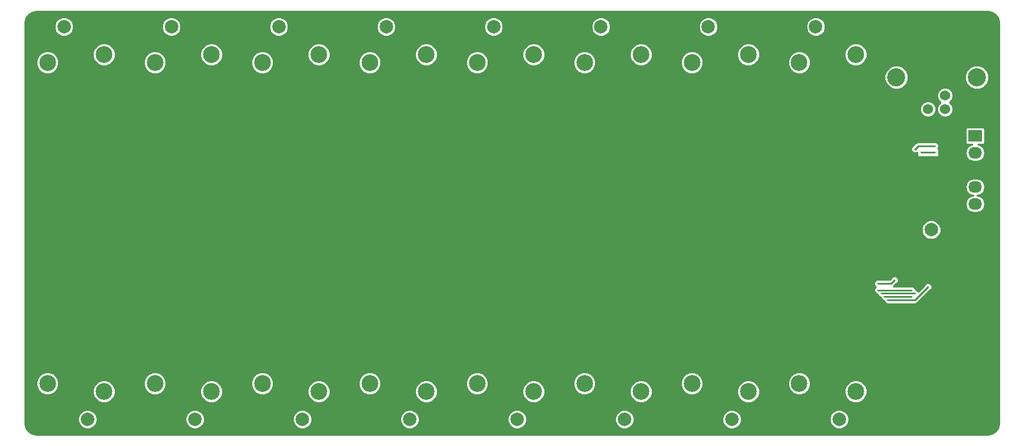
<source format=gbl>
G04 #@! TF.FileFunction,Copper,L2,Bot,Signal*
%FSLAX46Y46*%
G04 Gerber Fmt 4.6, Leading zero omitted, Abs format (unit mm)*
G04 Created by KiCad (PCBNEW 4.0.2-stable) date 2016 July 30, Saturday 23:08:24*
%MOMM*%
G01*
G04 APERTURE LIST*
%ADD10C,0.100000*%
%ADD11R,2.000000X2.000000*%
%ADD12C,2.000000*%
%ADD13C,1.524000*%
%ADD14C,2.700020*%
%ADD15R,2.032000X1.727200*%
%ADD16O,2.032000X1.727200*%
%ADD17C,2.500000*%
%ADD18C,0.304800*%
%ADD19C,0.254000*%
G04 APERTURE END LIST*
D10*
D11*
X188000000Y-83000000D03*
D12*
X185460000Y-83000000D03*
D13*
X187540000Y-65000000D03*
X185000000Y-65000000D03*
X185000000Y-63001020D03*
X187540000Y-63001020D03*
D14*
X192269480Y-60301000D03*
X180270520Y-60301000D03*
D15*
X192000000Y-69000000D03*
D16*
X192000000Y-71540000D03*
X192000000Y-74080000D03*
X192000000Y-76620000D03*
X192000000Y-79160000D03*
D17*
X62200000Y-107100000D03*
X62200000Y-56900000D03*
X53800000Y-58100000D03*
D12*
X56250000Y-52750000D03*
X59750000Y-111250000D03*
X56250000Y-111250000D03*
D17*
X53800000Y-105900000D03*
X78200000Y-107100000D03*
X78200000Y-56900000D03*
X69800000Y-58100000D03*
D12*
X72250000Y-52750000D03*
X75750000Y-111250000D03*
X72250000Y-111250000D03*
D17*
X69800000Y-105900000D03*
X94200000Y-107100000D03*
X94200000Y-56900000D03*
X85800000Y-58100000D03*
D12*
X88250000Y-52750000D03*
X91750000Y-111250000D03*
X88250000Y-111250000D03*
D17*
X85800000Y-105900000D03*
X110200000Y-107100000D03*
X110200000Y-56900000D03*
X101800000Y-58100000D03*
D12*
X104250000Y-52750000D03*
X107750000Y-111250000D03*
X104250000Y-111250000D03*
D17*
X101800000Y-105900000D03*
X126200000Y-107100000D03*
X126200000Y-56900000D03*
X117800000Y-58100000D03*
D12*
X120250000Y-52750000D03*
X123750000Y-111250000D03*
X120250000Y-111250000D03*
D17*
X117800000Y-105900000D03*
X142200000Y-107100000D03*
X142200000Y-56900000D03*
X133800000Y-58100000D03*
D12*
X136250000Y-52750000D03*
X139750000Y-111250000D03*
X136250000Y-111250000D03*
D17*
X133800000Y-105900000D03*
X158200000Y-107100000D03*
X158200000Y-56900000D03*
X149800000Y-58100000D03*
D12*
X152250000Y-52750000D03*
X155750000Y-111250000D03*
X152250000Y-111250000D03*
D17*
X149800000Y-105900000D03*
X174200000Y-107100000D03*
X174200000Y-56900000D03*
X165800000Y-58100000D03*
D12*
X168250000Y-52750000D03*
X171750000Y-111250000D03*
X168250000Y-111250000D03*
D17*
X165800000Y-105900000D03*
D18*
X186000000Y-71500000D03*
X186500000Y-96500000D03*
X186500000Y-96500000D03*
X183750000Y-67000000D03*
X184000000Y-71500000D03*
X188000000Y-86550000D03*
X188000000Y-89100000D03*
X188000000Y-87825000D03*
X183000000Y-71000000D03*
X186000000Y-70500000D03*
X180000000Y-90500000D03*
X177500000Y-91000000D03*
X177500000Y-92000000D03*
X182500000Y-92000000D03*
X183000000Y-92500000D03*
X178000000Y-92500000D03*
X182500000Y-93000000D03*
X178500000Y-93000000D03*
X185000000Y-91500000D03*
X179000000Y-93500000D03*
D19*
X184000000Y-71500000D02*
X186000000Y-71500000D01*
X188000000Y-89100000D02*
X188000000Y-95000000D01*
X186500000Y-96500000D02*
X188000000Y-95000000D01*
X188000000Y-86550000D02*
X188000000Y-88000000D01*
X188000000Y-88000000D02*
X188000000Y-89100000D01*
X183000000Y-71000000D02*
X183500000Y-70500000D01*
X183500000Y-70500000D02*
X186000000Y-70500000D01*
X180000000Y-90500000D02*
X179500000Y-91000000D01*
X179500000Y-91000000D02*
X177500000Y-91000000D01*
X182500000Y-92000000D02*
X177500000Y-92000000D01*
X183000000Y-92500000D02*
X178000000Y-92500000D01*
X182500000Y-93000000D02*
X178500000Y-93000000D01*
X183000000Y-93500000D02*
X179000000Y-93500000D01*
X185000000Y-91500000D02*
X183000000Y-93500000D01*
G36*
X194579250Y-50601565D02*
X195070316Y-50929684D01*
X195398434Y-51420747D01*
X195523000Y-52046982D01*
X195523000Y-111953018D01*
X195398434Y-112579253D01*
X195070316Y-113070316D01*
X194579250Y-113398435D01*
X193953018Y-113523000D01*
X52046982Y-113523000D01*
X51420747Y-113398434D01*
X50929684Y-113070316D01*
X50601565Y-112579250D01*
X50477000Y-111953018D01*
X50477000Y-111532603D01*
X58322752Y-111532603D01*
X58539543Y-112057275D01*
X58940614Y-112459047D01*
X59464907Y-112676752D01*
X60032603Y-112677248D01*
X60557275Y-112460457D01*
X60959047Y-112059386D01*
X61176752Y-111535093D01*
X61176754Y-111532603D01*
X74322752Y-111532603D01*
X74539543Y-112057275D01*
X74940614Y-112459047D01*
X75464907Y-112676752D01*
X76032603Y-112677248D01*
X76557275Y-112460457D01*
X76959047Y-112059386D01*
X77176752Y-111535093D01*
X77176754Y-111532603D01*
X90322752Y-111532603D01*
X90539543Y-112057275D01*
X90940614Y-112459047D01*
X91464907Y-112676752D01*
X92032603Y-112677248D01*
X92557275Y-112460457D01*
X92959047Y-112059386D01*
X93176752Y-111535093D01*
X93176754Y-111532603D01*
X106322752Y-111532603D01*
X106539543Y-112057275D01*
X106940614Y-112459047D01*
X107464907Y-112676752D01*
X108032603Y-112677248D01*
X108557275Y-112460457D01*
X108959047Y-112059386D01*
X109176752Y-111535093D01*
X109176754Y-111532603D01*
X122322752Y-111532603D01*
X122539543Y-112057275D01*
X122940614Y-112459047D01*
X123464907Y-112676752D01*
X124032603Y-112677248D01*
X124557275Y-112460457D01*
X124959047Y-112059386D01*
X125176752Y-111535093D01*
X125176754Y-111532603D01*
X138322752Y-111532603D01*
X138539543Y-112057275D01*
X138940614Y-112459047D01*
X139464907Y-112676752D01*
X140032603Y-112677248D01*
X140557275Y-112460457D01*
X140959047Y-112059386D01*
X141176752Y-111535093D01*
X141176754Y-111532603D01*
X154322752Y-111532603D01*
X154539543Y-112057275D01*
X154940614Y-112459047D01*
X155464907Y-112676752D01*
X156032603Y-112677248D01*
X156557275Y-112460457D01*
X156959047Y-112059386D01*
X157176752Y-111535093D01*
X157176754Y-111532603D01*
X170322752Y-111532603D01*
X170539543Y-112057275D01*
X170940614Y-112459047D01*
X171464907Y-112676752D01*
X172032603Y-112677248D01*
X172557275Y-112460457D01*
X172959047Y-112059386D01*
X173176752Y-111535093D01*
X173177248Y-110967397D01*
X172960457Y-110442725D01*
X172559386Y-110040953D01*
X172035093Y-109823248D01*
X171467397Y-109822752D01*
X170942725Y-110039543D01*
X170540953Y-110440614D01*
X170323248Y-110964907D01*
X170322752Y-111532603D01*
X157176754Y-111532603D01*
X157177248Y-110967397D01*
X156960457Y-110442725D01*
X156559386Y-110040953D01*
X156035093Y-109823248D01*
X155467397Y-109822752D01*
X154942725Y-110039543D01*
X154540953Y-110440614D01*
X154323248Y-110964907D01*
X154322752Y-111532603D01*
X141176754Y-111532603D01*
X141177248Y-110967397D01*
X140960457Y-110442725D01*
X140559386Y-110040953D01*
X140035093Y-109823248D01*
X139467397Y-109822752D01*
X138942725Y-110039543D01*
X138540953Y-110440614D01*
X138323248Y-110964907D01*
X138322752Y-111532603D01*
X125176754Y-111532603D01*
X125177248Y-110967397D01*
X124960457Y-110442725D01*
X124559386Y-110040953D01*
X124035093Y-109823248D01*
X123467397Y-109822752D01*
X122942725Y-110039543D01*
X122540953Y-110440614D01*
X122323248Y-110964907D01*
X122322752Y-111532603D01*
X109176754Y-111532603D01*
X109177248Y-110967397D01*
X108960457Y-110442725D01*
X108559386Y-110040953D01*
X108035093Y-109823248D01*
X107467397Y-109822752D01*
X106942725Y-110039543D01*
X106540953Y-110440614D01*
X106323248Y-110964907D01*
X106322752Y-111532603D01*
X93176754Y-111532603D01*
X93177248Y-110967397D01*
X92960457Y-110442725D01*
X92559386Y-110040953D01*
X92035093Y-109823248D01*
X91467397Y-109822752D01*
X90942725Y-110039543D01*
X90540953Y-110440614D01*
X90323248Y-110964907D01*
X90322752Y-111532603D01*
X77176754Y-111532603D01*
X77177248Y-110967397D01*
X76960457Y-110442725D01*
X76559386Y-110040953D01*
X76035093Y-109823248D01*
X75467397Y-109822752D01*
X74942725Y-110039543D01*
X74540953Y-110440614D01*
X74323248Y-110964907D01*
X74322752Y-111532603D01*
X61176754Y-111532603D01*
X61177248Y-110967397D01*
X60960457Y-110442725D01*
X60559386Y-110040953D01*
X60035093Y-109823248D01*
X59467397Y-109822752D01*
X58942725Y-110039543D01*
X58540953Y-110440614D01*
X58323248Y-110964907D01*
X58322752Y-111532603D01*
X50477000Y-111532603D01*
X50477000Y-106232112D01*
X52122710Y-106232112D01*
X52377480Y-106848703D01*
X52848816Y-107320862D01*
X53464961Y-107576708D01*
X54132112Y-107577290D01*
X54483469Y-107432112D01*
X60522710Y-107432112D01*
X60777480Y-108048703D01*
X61248816Y-108520862D01*
X61864961Y-108776708D01*
X62532112Y-108777290D01*
X63148703Y-108522520D01*
X63620862Y-108051184D01*
X63876708Y-107435039D01*
X63877290Y-106767888D01*
X63655913Y-106232112D01*
X68122710Y-106232112D01*
X68377480Y-106848703D01*
X68848816Y-107320862D01*
X69464961Y-107576708D01*
X70132112Y-107577290D01*
X70483469Y-107432112D01*
X76522710Y-107432112D01*
X76777480Y-108048703D01*
X77248816Y-108520862D01*
X77864961Y-108776708D01*
X78532112Y-108777290D01*
X79148703Y-108522520D01*
X79620862Y-108051184D01*
X79876708Y-107435039D01*
X79877290Y-106767888D01*
X79655913Y-106232112D01*
X84122710Y-106232112D01*
X84377480Y-106848703D01*
X84848816Y-107320862D01*
X85464961Y-107576708D01*
X86132112Y-107577290D01*
X86483469Y-107432112D01*
X92522710Y-107432112D01*
X92777480Y-108048703D01*
X93248816Y-108520862D01*
X93864961Y-108776708D01*
X94532112Y-108777290D01*
X95148703Y-108522520D01*
X95620862Y-108051184D01*
X95876708Y-107435039D01*
X95877290Y-106767888D01*
X95655913Y-106232112D01*
X100122710Y-106232112D01*
X100377480Y-106848703D01*
X100848816Y-107320862D01*
X101464961Y-107576708D01*
X102132112Y-107577290D01*
X102483469Y-107432112D01*
X108522710Y-107432112D01*
X108777480Y-108048703D01*
X109248816Y-108520862D01*
X109864961Y-108776708D01*
X110532112Y-108777290D01*
X111148703Y-108522520D01*
X111620862Y-108051184D01*
X111876708Y-107435039D01*
X111877290Y-106767888D01*
X111655913Y-106232112D01*
X116122710Y-106232112D01*
X116377480Y-106848703D01*
X116848816Y-107320862D01*
X117464961Y-107576708D01*
X118132112Y-107577290D01*
X118483469Y-107432112D01*
X124522710Y-107432112D01*
X124777480Y-108048703D01*
X125248816Y-108520862D01*
X125864961Y-108776708D01*
X126532112Y-108777290D01*
X127148703Y-108522520D01*
X127620862Y-108051184D01*
X127876708Y-107435039D01*
X127877290Y-106767888D01*
X127655913Y-106232112D01*
X132122710Y-106232112D01*
X132377480Y-106848703D01*
X132848816Y-107320862D01*
X133464961Y-107576708D01*
X134132112Y-107577290D01*
X134483469Y-107432112D01*
X140522710Y-107432112D01*
X140777480Y-108048703D01*
X141248816Y-108520862D01*
X141864961Y-108776708D01*
X142532112Y-108777290D01*
X143148703Y-108522520D01*
X143620862Y-108051184D01*
X143876708Y-107435039D01*
X143877290Y-106767888D01*
X143655913Y-106232112D01*
X148122710Y-106232112D01*
X148377480Y-106848703D01*
X148848816Y-107320862D01*
X149464961Y-107576708D01*
X150132112Y-107577290D01*
X150483469Y-107432112D01*
X156522710Y-107432112D01*
X156777480Y-108048703D01*
X157248816Y-108520862D01*
X157864961Y-108776708D01*
X158532112Y-108777290D01*
X159148703Y-108522520D01*
X159620862Y-108051184D01*
X159876708Y-107435039D01*
X159877290Y-106767888D01*
X159655913Y-106232112D01*
X164122710Y-106232112D01*
X164377480Y-106848703D01*
X164848816Y-107320862D01*
X165464961Y-107576708D01*
X166132112Y-107577290D01*
X166483469Y-107432112D01*
X172522710Y-107432112D01*
X172777480Y-108048703D01*
X173248816Y-108520862D01*
X173864961Y-108776708D01*
X174532112Y-108777290D01*
X175148703Y-108522520D01*
X175620862Y-108051184D01*
X175876708Y-107435039D01*
X175877290Y-106767888D01*
X175622520Y-106151297D01*
X175151184Y-105679138D01*
X174535039Y-105423292D01*
X173867888Y-105422710D01*
X173251297Y-105677480D01*
X172779138Y-106148816D01*
X172523292Y-106764961D01*
X172522710Y-107432112D01*
X166483469Y-107432112D01*
X166748703Y-107322520D01*
X167220862Y-106851184D01*
X167476708Y-106235039D01*
X167477290Y-105567888D01*
X167222520Y-104951297D01*
X166751184Y-104479138D01*
X166135039Y-104223292D01*
X165467888Y-104222710D01*
X164851297Y-104477480D01*
X164379138Y-104948816D01*
X164123292Y-105564961D01*
X164122710Y-106232112D01*
X159655913Y-106232112D01*
X159622520Y-106151297D01*
X159151184Y-105679138D01*
X158535039Y-105423292D01*
X157867888Y-105422710D01*
X157251297Y-105677480D01*
X156779138Y-106148816D01*
X156523292Y-106764961D01*
X156522710Y-107432112D01*
X150483469Y-107432112D01*
X150748703Y-107322520D01*
X151220862Y-106851184D01*
X151476708Y-106235039D01*
X151477290Y-105567888D01*
X151222520Y-104951297D01*
X150751184Y-104479138D01*
X150135039Y-104223292D01*
X149467888Y-104222710D01*
X148851297Y-104477480D01*
X148379138Y-104948816D01*
X148123292Y-105564961D01*
X148122710Y-106232112D01*
X143655913Y-106232112D01*
X143622520Y-106151297D01*
X143151184Y-105679138D01*
X142535039Y-105423292D01*
X141867888Y-105422710D01*
X141251297Y-105677480D01*
X140779138Y-106148816D01*
X140523292Y-106764961D01*
X140522710Y-107432112D01*
X134483469Y-107432112D01*
X134748703Y-107322520D01*
X135220862Y-106851184D01*
X135476708Y-106235039D01*
X135477290Y-105567888D01*
X135222520Y-104951297D01*
X134751184Y-104479138D01*
X134135039Y-104223292D01*
X133467888Y-104222710D01*
X132851297Y-104477480D01*
X132379138Y-104948816D01*
X132123292Y-105564961D01*
X132122710Y-106232112D01*
X127655913Y-106232112D01*
X127622520Y-106151297D01*
X127151184Y-105679138D01*
X126535039Y-105423292D01*
X125867888Y-105422710D01*
X125251297Y-105677480D01*
X124779138Y-106148816D01*
X124523292Y-106764961D01*
X124522710Y-107432112D01*
X118483469Y-107432112D01*
X118748703Y-107322520D01*
X119220862Y-106851184D01*
X119476708Y-106235039D01*
X119477290Y-105567888D01*
X119222520Y-104951297D01*
X118751184Y-104479138D01*
X118135039Y-104223292D01*
X117467888Y-104222710D01*
X116851297Y-104477480D01*
X116379138Y-104948816D01*
X116123292Y-105564961D01*
X116122710Y-106232112D01*
X111655913Y-106232112D01*
X111622520Y-106151297D01*
X111151184Y-105679138D01*
X110535039Y-105423292D01*
X109867888Y-105422710D01*
X109251297Y-105677480D01*
X108779138Y-106148816D01*
X108523292Y-106764961D01*
X108522710Y-107432112D01*
X102483469Y-107432112D01*
X102748703Y-107322520D01*
X103220862Y-106851184D01*
X103476708Y-106235039D01*
X103477290Y-105567888D01*
X103222520Y-104951297D01*
X102751184Y-104479138D01*
X102135039Y-104223292D01*
X101467888Y-104222710D01*
X100851297Y-104477480D01*
X100379138Y-104948816D01*
X100123292Y-105564961D01*
X100122710Y-106232112D01*
X95655913Y-106232112D01*
X95622520Y-106151297D01*
X95151184Y-105679138D01*
X94535039Y-105423292D01*
X93867888Y-105422710D01*
X93251297Y-105677480D01*
X92779138Y-106148816D01*
X92523292Y-106764961D01*
X92522710Y-107432112D01*
X86483469Y-107432112D01*
X86748703Y-107322520D01*
X87220862Y-106851184D01*
X87476708Y-106235039D01*
X87477290Y-105567888D01*
X87222520Y-104951297D01*
X86751184Y-104479138D01*
X86135039Y-104223292D01*
X85467888Y-104222710D01*
X84851297Y-104477480D01*
X84379138Y-104948816D01*
X84123292Y-105564961D01*
X84122710Y-106232112D01*
X79655913Y-106232112D01*
X79622520Y-106151297D01*
X79151184Y-105679138D01*
X78535039Y-105423292D01*
X77867888Y-105422710D01*
X77251297Y-105677480D01*
X76779138Y-106148816D01*
X76523292Y-106764961D01*
X76522710Y-107432112D01*
X70483469Y-107432112D01*
X70748703Y-107322520D01*
X71220862Y-106851184D01*
X71476708Y-106235039D01*
X71477290Y-105567888D01*
X71222520Y-104951297D01*
X70751184Y-104479138D01*
X70135039Y-104223292D01*
X69467888Y-104222710D01*
X68851297Y-104477480D01*
X68379138Y-104948816D01*
X68123292Y-105564961D01*
X68122710Y-106232112D01*
X63655913Y-106232112D01*
X63622520Y-106151297D01*
X63151184Y-105679138D01*
X62535039Y-105423292D01*
X61867888Y-105422710D01*
X61251297Y-105677480D01*
X60779138Y-106148816D01*
X60523292Y-106764961D01*
X60522710Y-107432112D01*
X54483469Y-107432112D01*
X54748703Y-107322520D01*
X55220862Y-106851184D01*
X55476708Y-106235039D01*
X55477290Y-105567888D01*
X55222520Y-104951297D01*
X54751184Y-104479138D01*
X54135039Y-104223292D01*
X53467888Y-104222710D01*
X52851297Y-104477480D01*
X52379138Y-104948816D01*
X52123292Y-105564961D01*
X52122710Y-106232112D01*
X50477000Y-106232112D01*
X50477000Y-91114744D01*
X176920500Y-91114744D01*
X177008522Y-91327775D01*
X177171368Y-91490905D01*
X177193061Y-91499913D01*
X177172225Y-91508522D01*
X177009095Y-91671368D01*
X176920701Y-91884245D01*
X176920500Y-92114744D01*
X177008522Y-92327775D01*
X177171368Y-92490905D01*
X177384245Y-92579299D01*
X177420531Y-92579331D01*
X177420500Y-92614744D01*
X177508522Y-92827775D01*
X177671368Y-92990905D01*
X177884245Y-93079299D01*
X177920531Y-93079331D01*
X177920500Y-93114744D01*
X178008522Y-93327775D01*
X178171368Y-93490905D01*
X178384245Y-93579299D01*
X178420531Y-93579331D01*
X178420500Y-93614744D01*
X178508522Y-93827775D01*
X178671368Y-93990905D01*
X178884245Y-94079299D01*
X179114744Y-94079500D01*
X179176459Y-94054000D01*
X183000000Y-94054000D01*
X183212007Y-94011829D01*
X183391737Y-93891737D01*
X185266803Y-92016671D01*
X185327775Y-91991478D01*
X185490905Y-91828632D01*
X185579299Y-91615755D01*
X185579500Y-91385256D01*
X185491478Y-91172225D01*
X185328632Y-91009095D01*
X185115755Y-90920701D01*
X184885256Y-90920500D01*
X184672225Y-91008522D01*
X184509095Y-91171368D01*
X184483487Y-91233039D01*
X183506922Y-92209604D01*
X183491478Y-92172225D01*
X183328632Y-92009095D01*
X183115755Y-91920701D01*
X183079469Y-91920669D01*
X183079500Y-91885256D01*
X182991478Y-91672225D01*
X182828632Y-91509095D01*
X182615755Y-91420701D01*
X182385256Y-91420500D01*
X182323541Y-91446000D01*
X179810527Y-91446000D01*
X179891737Y-91391737D01*
X180266803Y-91016671D01*
X180327775Y-90991478D01*
X180490905Y-90828632D01*
X180579299Y-90615755D01*
X180579500Y-90385256D01*
X180491478Y-90172225D01*
X180328632Y-90009095D01*
X180115755Y-89920701D01*
X179885256Y-89920500D01*
X179672225Y-90008522D01*
X179509095Y-90171368D01*
X179483487Y-90233039D01*
X179270526Y-90446000D01*
X177676682Y-90446000D01*
X177615755Y-90420701D01*
X177385256Y-90420500D01*
X177172225Y-90508522D01*
X177009095Y-90671368D01*
X176920701Y-90884245D01*
X176920500Y-91114744D01*
X50477000Y-91114744D01*
X50477000Y-83282603D01*
X184032752Y-83282603D01*
X184249543Y-83807275D01*
X184650614Y-84209047D01*
X185174907Y-84426752D01*
X185742603Y-84427248D01*
X186267275Y-84210457D01*
X186669047Y-83809386D01*
X186886752Y-83285093D01*
X186887248Y-82717397D01*
X186670457Y-82192725D01*
X186269386Y-81790953D01*
X185745093Y-81573248D01*
X185177397Y-81572752D01*
X184652725Y-81789543D01*
X184250953Y-82190614D01*
X184033248Y-82714907D01*
X184032752Y-83282603D01*
X50477000Y-83282603D01*
X50477000Y-76620000D01*
X190528730Y-76620000D01*
X190626971Y-77113891D01*
X190906738Y-77532592D01*
X191325439Y-77812359D01*
X191715767Y-77890000D01*
X191325439Y-77967641D01*
X190906738Y-78247408D01*
X190626971Y-78666109D01*
X190528730Y-79160000D01*
X190626971Y-79653891D01*
X190906738Y-80072592D01*
X191325439Y-80352359D01*
X191819330Y-80450600D01*
X192180670Y-80450600D01*
X192674561Y-80352359D01*
X193093262Y-80072592D01*
X193373029Y-79653891D01*
X193471270Y-79160000D01*
X193373029Y-78666109D01*
X193093262Y-78247408D01*
X192674561Y-77967641D01*
X192284233Y-77890000D01*
X192674561Y-77812359D01*
X193093262Y-77532592D01*
X193373029Y-77113891D01*
X193471270Y-76620000D01*
X193373029Y-76126109D01*
X193093262Y-75707408D01*
X192674561Y-75427641D01*
X192180670Y-75329400D01*
X191819330Y-75329400D01*
X191325439Y-75427641D01*
X190906738Y-75707408D01*
X190626971Y-76126109D01*
X190528730Y-76620000D01*
X50477000Y-76620000D01*
X50477000Y-71114744D01*
X182420500Y-71114744D01*
X182508522Y-71327775D01*
X182671368Y-71490905D01*
X182884245Y-71579299D01*
X183114744Y-71579500D01*
X183327775Y-71491478D01*
X183373000Y-71446332D01*
X183373000Y-72000000D01*
X183383006Y-72049410D01*
X183411447Y-72091035D01*
X183453841Y-72118315D01*
X183500000Y-72127000D01*
X186500000Y-72127000D01*
X186549410Y-72116994D01*
X186591035Y-72088553D01*
X186618315Y-72046159D01*
X186627000Y-72000000D01*
X186627000Y-71540000D01*
X190528730Y-71540000D01*
X190626971Y-72033891D01*
X190906738Y-72452592D01*
X191325439Y-72732359D01*
X191819330Y-72830600D01*
X192180670Y-72830600D01*
X192674561Y-72732359D01*
X193093262Y-72452592D01*
X193373029Y-72033891D01*
X193471270Y-71540000D01*
X193373029Y-71046109D01*
X193093262Y-70627408D01*
X192674561Y-70347641D01*
X192429850Y-70298965D01*
X193016000Y-70298965D01*
X193174237Y-70269191D01*
X193319567Y-70175673D01*
X193417064Y-70032981D01*
X193451365Y-69863600D01*
X193451365Y-68136400D01*
X193421591Y-67978163D01*
X193328073Y-67832833D01*
X193185381Y-67735336D01*
X193016000Y-67701035D01*
X190984000Y-67701035D01*
X190825763Y-67730809D01*
X190680433Y-67824327D01*
X190582936Y-67967019D01*
X190548635Y-68136400D01*
X190548635Y-69863600D01*
X190578409Y-70021837D01*
X190671927Y-70167167D01*
X190814619Y-70264664D01*
X190984000Y-70298965D01*
X191570150Y-70298965D01*
X191325439Y-70347641D01*
X190906738Y-70627408D01*
X190626971Y-71046109D01*
X190528730Y-71540000D01*
X186627000Y-71540000D01*
X186627000Y-71000000D01*
X186616994Y-70950590D01*
X186588553Y-70908965D01*
X186546159Y-70881685D01*
X186500000Y-70873000D01*
X186446460Y-70873000D01*
X186490905Y-70828632D01*
X186579299Y-70615755D01*
X186579500Y-70385256D01*
X186491478Y-70172225D01*
X186328632Y-70009095D01*
X186115755Y-69920701D01*
X185885256Y-69920500D01*
X185823541Y-69946000D01*
X183500000Y-69946000D01*
X183287993Y-69988171D01*
X183108263Y-70108263D01*
X182733197Y-70483329D01*
X182672225Y-70508522D01*
X182509095Y-70671368D01*
X182420701Y-70884245D01*
X182420500Y-71114744D01*
X50477000Y-71114744D01*
X50477000Y-65235469D01*
X183810794Y-65235469D01*
X183991427Y-65672635D01*
X184325606Y-66007397D01*
X184762456Y-66188793D01*
X185235469Y-66189206D01*
X185672635Y-66008573D01*
X186007397Y-65674394D01*
X186188793Y-65237544D01*
X186189206Y-64764531D01*
X186008573Y-64327365D01*
X185674394Y-63992603D01*
X185237544Y-63811207D01*
X184764531Y-63810794D01*
X184327365Y-63991427D01*
X183992603Y-64325606D01*
X183811207Y-64762456D01*
X183810794Y-65235469D01*
X50477000Y-65235469D01*
X50477000Y-63236489D01*
X186350794Y-63236489D01*
X186531427Y-63673655D01*
X186857989Y-64000787D01*
X186532603Y-64325606D01*
X186351207Y-64762456D01*
X186350794Y-65235469D01*
X186531427Y-65672635D01*
X186865606Y-66007397D01*
X187302456Y-66188793D01*
X187775469Y-66189206D01*
X188212635Y-66008573D01*
X188547397Y-65674394D01*
X188728793Y-65237544D01*
X188729206Y-64764531D01*
X188548573Y-64327365D01*
X188222011Y-64000233D01*
X188547397Y-63675414D01*
X188728793Y-63238564D01*
X188729206Y-62765551D01*
X188548573Y-62328385D01*
X188214394Y-61993623D01*
X187777544Y-61812227D01*
X187304531Y-61811814D01*
X186867365Y-61992447D01*
X186532603Y-62326626D01*
X186351207Y-62763476D01*
X186350794Y-63236489D01*
X50477000Y-63236489D01*
X50477000Y-60652918D01*
X178493202Y-60652918D01*
X178763166Y-61306280D01*
X179262610Y-61806598D01*
X179915500Y-62077701D01*
X180622438Y-62078318D01*
X181275800Y-61808354D01*
X181776118Y-61308910D01*
X182047221Y-60656020D01*
X182047223Y-60652918D01*
X190492162Y-60652918D01*
X190762126Y-61306280D01*
X191261570Y-61806598D01*
X191914460Y-62077701D01*
X192621398Y-62078318D01*
X193274760Y-61808354D01*
X193775078Y-61308910D01*
X194046181Y-60656020D01*
X194046798Y-59949082D01*
X193776834Y-59295720D01*
X193277390Y-58795402D01*
X192624500Y-58524299D01*
X191917562Y-58523682D01*
X191264200Y-58793646D01*
X190763882Y-59293090D01*
X190492779Y-59945980D01*
X190492162Y-60652918D01*
X182047223Y-60652918D01*
X182047838Y-59949082D01*
X181777874Y-59295720D01*
X181278430Y-58795402D01*
X180625540Y-58524299D01*
X179918602Y-58523682D01*
X179265240Y-58793646D01*
X178764922Y-59293090D01*
X178493819Y-59945980D01*
X178493202Y-60652918D01*
X50477000Y-60652918D01*
X50477000Y-58432112D01*
X52122710Y-58432112D01*
X52377480Y-59048703D01*
X52848816Y-59520862D01*
X53464961Y-59776708D01*
X54132112Y-59777290D01*
X54748703Y-59522520D01*
X55220862Y-59051184D01*
X55476708Y-58435039D01*
X55477290Y-57767888D01*
X55255913Y-57232112D01*
X60522710Y-57232112D01*
X60777480Y-57848703D01*
X61248816Y-58320862D01*
X61864961Y-58576708D01*
X62532112Y-58577290D01*
X62883469Y-58432112D01*
X68122710Y-58432112D01*
X68377480Y-59048703D01*
X68848816Y-59520862D01*
X69464961Y-59776708D01*
X70132112Y-59777290D01*
X70748703Y-59522520D01*
X71220862Y-59051184D01*
X71476708Y-58435039D01*
X71477290Y-57767888D01*
X71255913Y-57232112D01*
X76522710Y-57232112D01*
X76777480Y-57848703D01*
X77248816Y-58320862D01*
X77864961Y-58576708D01*
X78532112Y-58577290D01*
X78883469Y-58432112D01*
X84122710Y-58432112D01*
X84377480Y-59048703D01*
X84848816Y-59520862D01*
X85464961Y-59776708D01*
X86132112Y-59777290D01*
X86748703Y-59522520D01*
X87220862Y-59051184D01*
X87476708Y-58435039D01*
X87477290Y-57767888D01*
X87255913Y-57232112D01*
X92522710Y-57232112D01*
X92777480Y-57848703D01*
X93248816Y-58320862D01*
X93864961Y-58576708D01*
X94532112Y-58577290D01*
X94883469Y-58432112D01*
X100122710Y-58432112D01*
X100377480Y-59048703D01*
X100848816Y-59520862D01*
X101464961Y-59776708D01*
X102132112Y-59777290D01*
X102748703Y-59522520D01*
X103220862Y-59051184D01*
X103476708Y-58435039D01*
X103477290Y-57767888D01*
X103255913Y-57232112D01*
X108522710Y-57232112D01*
X108777480Y-57848703D01*
X109248816Y-58320862D01*
X109864961Y-58576708D01*
X110532112Y-58577290D01*
X110883469Y-58432112D01*
X116122710Y-58432112D01*
X116377480Y-59048703D01*
X116848816Y-59520862D01*
X117464961Y-59776708D01*
X118132112Y-59777290D01*
X118748703Y-59522520D01*
X119220862Y-59051184D01*
X119476708Y-58435039D01*
X119477290Y-57767888D01*
X119255913Y-57232112D01*
X124522710Y-57232112D01*
X124777480Y-57848703D01*
X125248816Y-58320862D01*
X125864961Y-58576708D01*
X126532112Y-58577290D01*
X126883469Y-58432112D01*
X132122710Y-58432112D01*
X132377480Y-59048703D01*
X132848816Y-59520862D01*
X133464961Y-59776708D01*
X134132112Y-59777290D01*
X134748703Y-59522520D01*
X135220862Y-59051184D01*
X135476708Y-58435039D01*
X135477290Y-57767888D01*
X135255913Y-57232112D01*
X140522710Y-57232112D01*
X140777480Y-57848703D01*
X141248816Y-58320862D01*
X141864961Y-58576708D01*
X142532112Y-58577290D01*
X142883469Y-58432112D01*
X148122710Y-58432112D01*
X148377480Y-59048703D01*
X148848816Y-59520862D01*
X149464961Y-59776708D01*
X150132112Y-59777290D01*
X150748703Y-59522520D01*
X151220862Y-59051184D01*
X151476708Y-58435039D01*
X151477290Y-57767888D01*
X151255913Y-57232112D01*
X156522710Y-57232112D01*
X156777480Y-57848703D01*
X157248816Y-58320862D01*
X157864961Y-58576708D01*
X158532112Y-58577290D01*
X158883469Y-58432112D01*
X164122710Y-58432112D01*
X164377480Y-59048703D01*
X164848816Y-59520862D01*
X165464961Y-59776708D01*
X166132112Y-59777290D01*
X166748703Y-59522520D01*
X167220862Y-59051184D01*
X167476708Y-58435039D01*
X167477290Y-57767888D01*
X167255913Y-57232112D01*
X172522710Y-57232112D01*
X172777480Y-57848703D01*
X173248816Y-58320862D01*
X173864961Y-58576708D01*
X174532112Y-58577290D01*
X175148703Y-58322520D01*
X175620862Y-57851184D01*
X175876708Y-57235039D01*
X175877290Y-56567888D01*
X175622520Y-55951297D01*
X175151184Y-55479138D01*
X174535039Y-55223292D01*
X173867888Y-55222710D01*
X173251297Y-55477480D01*
X172779138Y-55948816D01*
X172523292Y-56564961D01*
X172522710Y-57232112D01*
X167255913Y-57232112D01*
X167222520Y-57151297D01*
X166751184Y-56679138D01*
X166135039Y-56423292D01*
X165467888Y-56422710D01*
X164851297Y-56677480D01*
X164379138Y-57148816D01*
X164123292Y-57764961D01*
X164122710Y-58432112D01*
X158883469Y-58432112D01*
X159148703Y-58322520D01*
X159620862Y-57851184D01*
X159876708Y-57235039D01*
X159877290Y-56567888D01*
X159622520Y-55951297D01*
X159151184Y-55479138D01*
X158535039Y-55223292D01*
X157867888Y-55222710D01*
X157251297Y-55477480D01*
X156779138Y-55948816D01*
X156523292Y-56564961D01*
X156522710Y-57232112D01*
X151255913Y-57232112D01*
X151222520Y-57151297D01*
X150751184Y-56679138D01*
X150135039Y-56423292D01*
X149467888Y-56422710D01*
X148851297Y-56677480D01*
X148379138Y-57148816D01*
X148123292Y-57764961D01*
X148122710Y-58432112D01*
X142883469Y-58432112D01*
X143148703Y-58322520D01*
X143620862Y-57851184D01*
X143876708Y-57235039D01*
X143877290Y-56567888D01*
X143622520Y-55951297D01*
X143151184Y-55479138D01*
X142535039Y-55223292D01*
X141867888Y-55222710D01*
X141251297Y-55477480D01*
X140779138Y-55948816D01*
X140523292Y-56564961D01*
X140522710Y-57232112D01*
X135255913Y-57232112D01*
X135222520Y-57151297D01*
X134751184Y-56679138D01*
X134135039Y-56423292D01*
X133467888Y-56422710D01*
X132851297Y-56677480D01*
X132379138Y-57148816D01*
X132123292Y-57764961D01*
X132122710Y-58432112D01*
X126883469Y-58432112D01*
X127148703Y-58322520D01*
X127620862Y-57851184D01*
X127876708Y-57235039D01*
X127877290Y-56567888D01*
X127622520Y-55951297D01*
X127151184Y-55479138D01*
X126535039Y-55223292D01*
X125867888Y-55222710D01*
X125251297Y-55477480D01*
X124779138Y-55948816D01*
X124523292Y-56564961D01*
X124522710Y-57232112D01*
X119255913Y-57232112D01*
X119222520Y-57151297D01*
X118751184Y-56679138D01*
X118135039Y-56423292D01*
X117467888Y-56422710D01*
X116851297Y-56677480D01*
X116379138Y-57148816D01*
X116123292Y-57764961D01*
X116122710Y-58432112D01*
X110883469Y-58432112D01*
X111148703Y-58322520D01*
X111620862Y-57851184D01*
X111876708Y-57235039D01*
X111877290Y-56567888D01*
X111622520Y-55951297D01*
X111151184Y-55479138D01*
X110535039Y-55223292D01*
X109867888Y-55222710D01*
X109251297Y-55477480D01*
X108779138Y-55948816D01*
X108523292Y-56564961D01*
X108522710Y-57232112D01*
X103255913Y-57232112D01*
X103222520Y-57151297D01*
X102751184Y-56679138D01*
X102135039Y-56423292D01*
X101467888Y-56422710D01*
X100851297Y-56677480D01*
X100379138Y-57148816D01*
X100123292Y-57764961D01*
X100122710Y-58432112D01*
X94883469Y-58432112D01*
X95148703Y-58322520D01*
X95620862Y-57851184D01*
X95876708Y-57235039D01*
X95877290Y-56567888D01*
X95622520Y-55951297D01*
X95151184Y-55479138D01*
X94535039Y-55223292D01*
X93867888Y-55222710D01*
X93251297Y-55477480D01*
X92779138Y-55948816D01*
X92523292Y-56564961D01*
X92522710Y-57232112D01*
X87255913Y-57232112D01*
X87222520Y-57151297D01*
X86751184Y-56679138D01*
X86135039Y-56423292D01*
X85467888Y-56422710D01*
X84851297Y-56677480D01*
X84379138Y-57148816D01*
X84123292Y-57764961D01*
X84122710Y-58432112D01*
X78883469Y-58432112D01*
X79148703Y-58322520D01*
X79620862Y-57851184D01*
X79876708Y-57235039D01*
X79877290Y-56567888D01*
X79622520Y-55951297D01*
X79151184Y-55479138D01*
X78535039Y-55223292D01*
X77867888Y-55222710D01*
X77251297Y-55477480D01*
X76779138Y-55948816D01*
X76523292Y-56564961D01*
X76522710Y-57232112D01*
X71255913Y-57232112D01*
X71222520Y-57151297D01*
X70751184Y-56679138D01*
X70135039Y-56423292D01*
X69467888Y-56422710D01*
X68851297Y-56677480D01*
X68379138Y-57148816D01*
X68123292Y-57764961D01*
X68122710Y-58432112D01*
X62883469Y-58432112D01*
X63148703Y-58322520D01*
X63620862Y-57851184D01*
X63876708Y-57235039D01*
X63877290Y-56567888D01*
X63622520Y-55951297D01*
X63151184Y-55479138D01*
X62535039Y-55223292D01*
X61867888Y-55222710D01*
X61251297Y-55477480D01*
X60779138Y-55948816D01*
X60523292Y-56564961D01*
X60522710Y-57232112D01*
X55255913Y-57232112D01*
X55222520Y-57151297D01*
X54751184Y-56679138D01*
X54135039Y-56423292D01*
X53467888Y-56422710D01*
X52851297Y-56677480D01*
X52379138Y-57148816D01*
X52123292Y-57764961D01*
X52122710Y-58432112D01*
X50477000Y-58432112D01*
X50477000Y-53032603D01*
X54822752Y-53032603D01*
X55039543Y-53557275D01*
X55440614Y-53959047D01*
X55964907Y-54176752D01*
X56532603Y-54177248D01*
X57057275Y-53960457D01*
X57459047Y-53559386D01*
X57676752Y-53035093D01*
X57676754Y-53032603D01*
X70822752Y-53032603D01*
X71039543Y-53557275D01*
X71440614Y-53959047D01*
X71964907Y-54176752D01*
X72532603Y-54177248D01*
X73057275Y-53960457D01*
X73459047Y-53559386D01*
X73676752Y-53035093D01*
X73676754Y-53032603D01*
X86822752Y-53032603D01*
X87039543Y-53557275D01*
X87440614Y-53959047D01*
X87964907Y-54176752D01*
X88532603Y-54177248D01*
X89057275Y-53960457D01*
X89459047Y-53559386D01*
X89676752Y-53035093D01*
X89676754Y-53032603D01*
X102822752Y-53032603D01*
X103039543Y-53557275D01*
X103440614Y-53959047D01*
X103964907Y-54176752D01*
X104532603Y-54177248D01*
X105057275Y-53960457D01*
X105459047Y-53559386D01*
X105676752Y-53035093D01*
X105676754Y-53032603D01*
X118822752Y-53032603D01*
X119039543Y-53557275D01*
X119440614Y-53959047D01*
X119964907Y-54176752D01*
X120532603Y-54177248D01*
X121057275Y-53960457D01*
X121459047Y-53559386D01*
X121676752Y-53035093D01*
X121676754Y-53032603D01*
X134822752Y-53032603D01*
X135039543Y-53557275D01*
X135440614Y-53959047D01*
X135964907Y-54176752D01*
X136532603Y-54177248D01*
X137057275Y-53960457D01*
X137459047Y-53559386D01*
X137676752Y-53035093D01*
X137676754Y-53032603D01*
X150822752Y-53032603D01*
X151039543Y-53557275D01*
X151440614Y-53959047D01*
X151964907Y-54176752D01*
X152532603Y-54177248D01*
X153057275Y-53960457D01*
X153459047Y-53559386D01*
X153676752Y-53035093D01*
X153676754Y-53032603D01*
X166822752Y-53032603D01*
X167039543Y-53557275D01*
X167440614Y-53959047D01*
X167964907Y-54176752D01*
X168532603Y-54177248D01*
X169057275Y-53960457D01*
X169459047Y-53559386D01*
X169676752Y-53035093D01*
X169677248Y-52467397D01*
X169460457Y-51942725D01*
X169059386Y-51540953D01*
X168535093Y-51323248D01*
X167967397Y-51322752D01*
X167442725Y-51539543D01*
X167040953Y-51940614D01*
X166823248Y-52464907D01*
X166822752Y-53032603D01*
X153676754Y-53032603D01*
X153677248Y-52467397D01*
X153460457Y-51942725D01*
X153059386Y-51540953D01*
X152535093Y-51323248D01*
X151967397Y-51322752D01*
X151442725Y-51539543D01*
X151040953Y-51940614D01*
X150823248Y-52464907D01*
X150822752Y-53032603D01*
X137676754Y-53032603D01*
X137677248Y-52467397D01*
X137460457Y-51942725D01*
X137059386Y-51540953D01*
X136535093Y-51323248D01*
X135967397Y-51322752D01*
X135442725Y-51539543D01*
X135040953Y-51940614D01*
X134823248Y-52464907D01*
X134822752Y-53032603D01*
X121676754Y-53032603D01*
X121677248Y-52467397D01*
X121460457Y-51942725D01*
X121059386Y-51540953D01*
X120535093Y-51323248D01*
X119967397Y-51322752D01*
X119442725Y-51539543D01*
X119040953Y-51940614D01*
X118823248Y-52464907D01*
X118822752Y-53032603D01*
X105676754Y-53032603D01*
X105677248Y-52467397D01*
X105460457Y-51942725D01*
X105059386Y-51540953D01*
X104535093Y-51323248D01*
X103967397Y-51322752D01*
X103442725Y-51539543D01*
X103040953Y-51940614D01*
X102823248Y-52464907D01*
X102822752Y-53032603D01*
X89676754Y-53032603D01*
X89677248Y-52467397D01*
X89460457Y-51942725D01*
X89059386Y-51540953D01*
X88535093Y-51323248D01*
X87967397Y-51322752D01*
X87442725Y-51539543D01*
X87040953Y-51940614D01*
X86823248Y-52464907D01*
X86822752Y-53032603D01*
X73676754Y-53032603D01*
X73677248Y-52467397D01*
X73460457Y-51942725D01*
X73059386Y-51540953D01*
X72535093Y-51323248D01*
X71967397Y-51322752D01*
X71442725Y-51539543D01*
X71040953Y-51940614D01*
X70823248Y-52464907D01*
X70822752Y-53032603D01*
X57676754Y-53032603D01*
X57677248Y-52467397D01*
X57460457Y-51942725D01*
X57059386Y-51540953D01*
X56535093Y-51323248D01*
X55967397Y-51322752D01*
X55442725Y-51539543D01*
X55040953Y-51940614D01*
X54823248Y-52464907D01*
X54822752Y-53032603D01*
X50477000Y-53032603D01*
X50477000Y-52046982D01*
X50601565Y-51420750D01*
X50929684Y-50929684D01*
X51420747Y-50601566D01*
X52046982Y-50477000D01*
X193953018Y-50477000D01*
X194579250Y-50601565D01*
X194579250Y-50601565D01*
G37*
X194579250Y-50601565D02*
X195070316Y-50929684D01*
X195398434Y-51420747D01*
X195523000Y-52046982D01*
X195523000Y-111953018D01*
X195398434Y-112579253D01*
X195070316Y-113070316D01*
X194579250Y-113398435D01*
X193953018Y-113523000D01*
X52046982Y-113523000D01*
X51420747Y-113398434D01*
X50929684Y-113070316D01*
X50601565Y-112579250D01*
X50477000Y-111953018D01*
X50477000Y-111532603D01*
X58322752Y-111532603D01*
X58539543Y-112057275D01*
X58940614Y-112459047D01*
X59464907Y-112676752D01*
X60032603Y-112677248D01*
X60557275Y-112460457D01*
X60959047Y-112059386D01*
X61176752Y-111535093D01*
X61176754Y-111532603D01*
X74322752Y-111532603D01*
X74539543Y-112057275D01*
X74940614Y-112459047D01*
X75464907Y-112676752D01*
X76032603Y-112677248D01*
X76557275Y-112460457D01*
X76959047Y-112059386D01*
X77176752Y-111535093D01*
X77176754Y-111532603D01*
X90322752Y-111532603D01*
X90539543Y-112057275D01*
X90940614Y-112459047D01*
X91464907Y-112676752D01*
X92032603Y-112677248D01*
X92557275Y-112460457D01*
X92959047Y-112059386D01*
X93176752Y-111535093D01*
X93176754Y-111532603D01*
X106322752Y-111532603D01*
X106539543Y-112057275D01*
X106940614Y-112459047D01*
X107464907Y-112676752D01*
X108032603Y-112677248D01*
X108557275Y-112460457D01*
X108959047Y-112059386D01*
X109176752Y-111535093D01*
X109176754Y-111532603D01*
X122322752Y-111532603D01*
X122539543Y-112057275D01*
X122940614Y-112459047D01*
X123464907Y-112676752D01*
X124032603Y-112677248D01*
X124557275Y-112460457D01*
X124959047Y-112059386D01*
X125176752Y-111535093D01*
X125176754Y-111532603D01*
X138322752Y-111532603D01*
X138539543Y-112057275D01*
X138940614Y-112459047D01*
X139464907Y-112676752D01*
X140032603Y-112677248D01*
X140557275Y-112460457D01*
X140959047Y-112059386D01*
X141176752Y-111535093D01*
X141176754Y-111532603D01*
X154322752Y-111532603D01*
X154539543Y-112057275D01*
X154940614Y-112459047D01*
X155464907Y-112676752D01*
X156032603Y-112677248D01*
X156557275Y-112460457D01*
X156959047Y-112059386D01*
X157176752Y-111535093D01*
X157176754Y-111532603D01*
X170322752Y-111532603D01*
X170539543Y-112057275D01*
X170940614Y-112459047D01*
X171464907Y-112676752D01*
X172032603Y-112677248D01*
X172557275Y-112460457D01*
X172959047Y-112059386D01*
X173176752Y-111535093D01*
X173177248Y-110967397D01*
X172960457Y-110442725D01*
X172559386Y-110040953D01*
X172035093Y-109823248D01*
X171467397Y-109822752D01*
X170942725Y-110039543D01*
X170540953Y-110440614D01*
X170323248Y-110964907D01*
X170322752Y-111532603D01*
X157176754Y-111532603D01*
X157177248Y-110967397D01*
X156960457Y-110442725D01*
X156559386Y-110040953D01*
X156035093Y-109823248D01*
X155467397Y-109822752D01*
X154942725Y-110039543D01*
X154540953Y-110440614D01*
X154323248Y-110964907D01*
X154322752Y-111532603D01*
X141176754Y-111532603D01*
X141177248Y-110967397D01*
X140960457Y-110442725D01*
X140559386Y-110040953D01*
X140035093Y-109823248D01*
X139467397Y-109822752D01*
X138942725Y-110039543D01*
X138540953Y-110440614D01*
X138323248Y-110964907D01*
X138322752Y-111532603D01*
X125176754Y-111532603D01*
X125177248Y-110967397D01*
X124960457Y-110442725D01*
X124559386Y-110040953D01*
X124035093Y-109823248D01*
X123467397Y-109822752D01*
X122942725Y-110039543D01*
X122540953Y-110440614D01*
X122323248Y-110964907D01*
X122322752Y-111532603D01*
X109176754Y-111532603D01*
X109177248Y-110967397D01*
X108960457Y-110442725D01*
X108559386Y-110040953D01*
X108035093Y-109823248D01*
X107467397Y-109822752D01*
X106942725Y-110039543D01*
X106540953Y-110440614D01*
X106323248Y-110964907D01*
X106322752Y-111532603D01*
X93176754Y-111532603D01*
X93177248Y-110967397D01*
X92960457Y-110442725D01*
X92559386Y-110040953D01*
X92035093Y-109823248D01*
X91467397Y-109822752D01*
X90942725Y-110039543D01*
X90540953Y-110440614D01*
X90323248Y-110964907D01*
X90322752Y-111532603D01*
X77176754Y-111532603D01*
X77177248Y-110967397D01*
X76960457Y-110442725D01*
X76559386Y-110040953D01*
X76035093Y-109823248D01*
X75467397Y-109822752D01*
X74942725Y-110039543D01*
X74540953Y-110440614D01*
X74323248Y-110964907D01*
X74322752Y-111532603D01*
X61176754Y-111532603D01*
X61177248Y-110967397D01*
X60960457Y-110442725D01*
X60559386Y-110040953D01*
X60035093Y-109823248D01*
X59467397Y-109822752D01*
X58942725Y-110039543D01*
X58540953Y-110440614D01*
X58323248Y-110964907D01*
X58322752Y-111532603D01*
X50477000Y-111532603D01*
X50477000Y-106232112D01*
X52122710Y-106232112D01*
X52377480Y-106848703D01*
X52848816Y-107320862D01*
X53464961Y-107576708D01*
X54132112Y-107577290D01*
X54483469Y-107432112D01*
X60522710Y-107432112D01*
X60777480Y-108048703D01*
X61248816Y-108520862D01*
X61864961Y-108776708D01*
X62532112Y-108777290D01*
X63148703Y-108522520D01*
X63620862Y-108051184D01*
X63876708Y-107435039D01*
X63877290Y-106767888D01*
X63655913Y-106232112D01*
X68122710Y-106232112D01*
X68377480Y-106848703D01*
X68848816Y-107320862D01*
X69464961Y-107576708D01*
X70132112Y-107577290D01*
X70483469Y-107432112D01*
X76522710Y-107432112D01*
X76777480Y-108048703D01*
X77248816Y-108520862D01*
X77864961Y-108776708D01*
X78532112Y-108777290D01*
X79148703Y-108522520D01*
X79620862Y-108051184D01*
X79876708Y-107435039D01*
X79877290Y-106767888D01*
X79655913Y-106232112D01*
X84122710Y-106232112D01*
X84377480Y-106848703D01*
X84848816Y-107320862D01*
X85464961Y-107576708D01*
X86132112Y-107577290D01*
X86483469Y-107432112D01*
X92522710Y-107432112D01*
X92777480Y-108048703D01*
X93248816Y-108520862D01*
X93864961Y-108776708D01*
X94532112Y-108777290D01*
X95148703Y-108522520D01*
X95620862Y-108051184D01*
X95876708Y-107435039D01*
X95877290Y-106767888D01*
X95655913Y-106232112D01*
X100122710Y-106232112D01*
X100377480Y-106848703D01*
X100848816Y-107320862D01*
X101464961Y-107576708D01*
X102132112Y-107577290D01*
X102483469Y-107432112D01*
X108522710Y-107432112D01*
X108777480Y-108048703D01*
X109248816Y-108520862D01*
X109864961Y-108776708D01*
X110532112Y-108777290D01*
X111148703Y-108522520D01*
X111620862Y-108051184D01*
X111876708Y-107435039D01*
X111877290Y-106767888D01*
X111655913Y-106232112D01*
X116122710Y-106232112D01*
X116377480Y-106848703D01*
X116848816Y-107320862D01*
X117464961Y-107576708D01*
X118132112Y-107577290D01*
X118483469Y-107432112D01*
X124522710Y-107432112D01*
X124777480Y-108048703D01*
X125248816Y-108520862D01*
X125864961Y-108776708D01*
X126532112Y-108777290D01*
X127148703Y-108522520D01*
X127620862Y-108051184D01*
X127876708Y-107435039D01*
X127877290Y-106767888D01*
X127655913Y-106232112D01*
X132122710Y-106232112D01*
X132377480Y-106848703D01*
X132848816Y-107320862D01*
X133464961Y-107576708D01*
X134132112Y-107577290D01*
X134483469Y-107432112D01*
X140522710Y-107432112D01*
X140777480Y-108048703D01*
X141248816Y-108520862D01*
X141864961Y-108776708D01*
X142532112Y-108777290D01*
X143148703Y-108522520D01*
X143620862Y-108051184D01*
X143876708Y-107435039D01*
X143877290Y-106767888D01*
X143655913Y-106232112D01*
X148122710Y-106232112D01*
X148377480Y-106848703D01*
X148848816Y-107320862D01*
X149464961Y-107576708D01*
X150132112Y-107577290D01*
X150483469Y-107432112D01*
X156522710Y-107432112D01*
X156777480Y-108048703D01*
X157248816Y-108520862D01*
X157864961Y-108776708D01*
X158532112Y-108777290D01*
X159148703Y-108522520D01*
X159620862Y-108051184D01*
X159876708Y-107435039D01*
X159877290Y-106767888D01*
X159655913Y-106232112D01*
X164122710Y-106232112D01*
X164377480Y-106848703D01*
X164848816Y-107320862D01*
X165464961Y-107576708D01*
X166132112Y-107577290D01*
X166483469Y-107432112D01*
X172522710Y-107432112D01*
X172777480Y-108048703D01*
X173248816Y-108520862D01*
X173864961Y-108776708D01*
X174532112Y-108777290D01*
X175148703Y-108522520D01*
X175620862Y-108051184D01*
X175876708Y-107435039D01*
X175877290Y-106767888D01*
X175622520Y-106151297D01*
X175151184Y-105679138D01*
X174535039Y-105423292D01*
X173867888Y-105422710D01*
X173251297Y-105677480D01*
X172779138Y-106148816D01*
X172523292Y-106764961D01*
X172522710Y-107432112D01*
X166483469Y-107432112D01*
X166748703Y-107322520D01*
X167220862Y-106851184D01*
X167476708Y-106235039D01*
X167477290Y-105567888D01*
X167222520Y-104951297D01*
X166751184Y-104479138D01*
X166135039Y-104223292D01*
X165467888Y-104222710D01*
X164851297Y-104477480D01*
X164379138Y-104948816D01*
X164123292Y-105564961D01*
X164122710Y-106232112D01*
X159655913Y-106232112D01*
X159622520Y-106151297D01*
X159151184Y-105679138D01*
X158535039Y-105423292D01*
X157867888Y-105422710D01*
X157251297Y-105677480D01*
X156779138Y-106148816D01*
X156523292Y-106764961D01*
X156522710Y-107432112D01*
X150483469Y-107432112D01*
X150748703Y-107322520D01*
X151220862Y-106851184D01*
X151476708Y-106235039D01*
X151477290Y-105567888D01*
X151222520Y-104951297D01*
X150751184Y-104479138D01*
X150135039Y-104223292D01*
X149467888Y-104222710D01*
X148851297Y-104477480D01*
X148379138Y-104948816D01*
X148123292Y-105564961D01*
X148122710Y-106232112D01*
X143655913Y-106232112D01*
X143622520Y-106151297D01*
X143151184Y-105679138D01*
X142535039Y-105423292D01*
X141867888Y-105422710D01*
X141251297Y-105677480D01*
X140779138Y-106148816D01*
X140523292Y-106764961D01*
X140522710Y-107432112D01*
X134483469Y-107432112D01*
X134748703Y-107322520D01*
X135220862Y-106851184D01*
X135476708Y-106235039D01*
X135477290Y-105567888D01*
X135222520Y-104951297D01*
X134751184Y-104479138D01*
X134135039Y-104223292D01*
X133467888Y-104222710D01*
X132851297Y-104477480D01*
X132379138Y-104948816D01*
X132123292Y-105564961D01*
X132122710Y-106232112D01*
X127655913Y-106232112D01*
X127622520Y-106151297D01*
X127151184Y-105679138D01*
X126535039Y-105423292D01*
X125867888Y-105422710D01*
X125251297Y-105677480D01*
X124779138Y-106148816D01*
X124523292Y-106764961D01*
X124522710Y-107432112D01*
X118483469Y-107432112D01*
X118748703Y-107322520D01*
X119220862Y-106851184D01*
X119476708Y-106235039D01*
X119477290Y-105567888D01*
X119222520Y-104951297D01*
X118751184Y-104479138D01*
X118135039Y-104223292D01*
X117467888Y-104222710D01*
X116851297Y-104477480D01*
X116379138Y-104948816D01*
X116123292Y-105564961D01*
X116122710Y-106232112D01*
X111655913Y-106232112D01*
X111622520Y-106151297D01*
X111151184Y-105679138D01*
X110535039Y-105423292D01*
X109867888Y-105422710D01*
X109251297Y-105677480D01*
X108779138Y-106148816D01*
X108523292Y-106764961D01*
X108522710Y-107432112D01*
X102483469Y-107432112D01*
X102748703Y-107322520D01*
X103220862Y-106851184D01*
X103476708Y-106235039D01*
X103477290Y-105567888D01*
X103222520Y-104951297D01*
X102751184Y-104479138D01*
X102135039Y-104223292D01*
X101467888Y-104222710D01*
X100851297Y-104477480D01*
X100379138Y-104948816D01*
X100123292Y-105564961D01*
X100122710Y-106232112D01*
X95655913Y-106232112D01*
X95622520Y-106151297D01*
X95151184Y-105679138D01*
X94535039Y-105423292D01*
X93867888Y-105422710D01*
X93251297Y-105677480D01*
X92779138Y-106148816D01*
X92523292Y-106764961D01*
X92522710Y-107432112D01*
X86483469Y-107432112D01*
X86748703Y-107322520D01*
X87220862Y-106851184D01*
X87476708Y-106235039D01*
X87477290Y-105567888D01*
X87222520Y-104951297D01*
X86751184Y-104479138D01*
X86135039Y-104223292D01*
X85467888Y-104222710D01*
X84851297Y-104477480D01*
X84379138Y-104948816D01*
X84123292Y-105564961D01*
X84122710Y-106232112D01*
X79655913Y-106232112D01*
X79622520Y-106151297D01*
X79151184Y-105679138D01*
X78535039Y-105423292D01*
X77867888Y-105422710D01*
X77251297Y-105677480D01*
X76779138Y-106148816D01*
X76523292Y-106764961D01*
X76522710Y-107432112D01*
X70483469Y-107432112D01*
X70748703Y-107322520D01*
X71220862Y-106851184D01*
X71476708Y-106235039D01*
X71477290Y-105567888D01*
X71222520Y-104951297D01*
X70751184Y-104479138D01*
X70135039Y-104223292D01*
X69467888Y-104222710D01*
X68851297Y-104477480D01*
X68379138Y-104948816D01*
X68123292Y-105564961D01*
X68122710Y-106232112D01*
X63655913Y-106232112D01*
X63622520Y-106151297D01*
X63151184Y-105679138D01*
X62535039Y-105423292D01*
X61867888Y-105422710D01*
X61251297Y-105677480D01*
X60779138Y-106148816D01*
X60523292Y-106764961D01*
X60522710Y-107432112D01*
X54483469Y-107432112D01*
X54748703Y-107322520D01*
X55220862Y-106851184D01*
X55476708Y-106235039D01*
X55477290Y-105567888D01*
X55222520Y-104951297D01*
X54751184Y-104479138D01*
X54135039Y-104223292D01*
X53467888Y-104222710D01*
X52851297Y-104477480D01*
X52379138Y-104948816D01*
X52123292Y-105564961D01*
X52122710Y-106232112D01*
X50477000Y-106232112D01*
X50477000Y-91114744D01*
X176920500Y-91114744D01*
X177008522Y-91327775D01*
X177171368Y-91490905D01*
X177193061Y-91499913D01*
X177172225Y-91508522D01*
X177009095Y-91671368D01*
X176920701Y-91884245D01*
X176920500Y-92114744D01*
X177008522Y-92327775D01*
X177171368Y-92490905D01*
X177384245Y-92579299D01*
X177420531Y-92579331D01*
X177420500Y-92614744D01*
X177508522Y-92827775D01*
X177671368Y-92990905D01*
X177884245Y-93079299D01*
X177920531Y-93079331D01*
X177920500Y-93114744D01*
X178008522Y-93327775D01*
X178171368Y-93490905D01*
X178384245Y-93579299D01*
X178420531Y-93579331D01*
X178420500Y-93614744D01*
X178508522Y-93827775D01*
X178671368Y-93990905D01*
X178884245Y-94079299D01*
X179114744Y-94079500D01*
X179176459Y-94054000D01*
X183000000Y-94054000D01*
X183212007Y-94011829D01*
X183391737Y-93891737D01*
X185266803Y-92016671D01*
X185327775Y-91991478D01*
X185490905Y-91828632D01*
X185579299Y-91615755D01*
X185579500Y-91385256D01*
X185491478Y-91172225D01*
X185328632Y-91009095D01*
X185115755Y-90920701D01*
X184885256Y-90920500D01*
X184672225Y-91008522D01*
X184509095Y-91171368D01*
X184483487Y-91233039D01*
X183506922Y-92209604D01*
X183491478Y-92172225D01*
X183328632Y-92009095D01*
X183115755Y-91920701D01*
X183079469Y-91920669D01*
X183079500Y-91885256D01*
X182991478Y-91672225D01*
X182828632Y-91509095D01*
X182615755Y-91420701D01*
X182385256Y-91420500D01*
X182323541Y-91446000D01*
X179810527Y-91446000D01*
X179891737Y-91391737D01*
X180266803Y-91016671D01*
X180327775Y-90991478D01*
X180490905Y-90828632D01*
X180579299Y-90615755D01*
X180579500Y-90385256D01*
X180491478Y-90172225D01*
X180328632Y-90009095D01*
X180115755Y-89920701D01*
X179885256Y-89920500D01*
X179672225Y-90008522D01*
X179509095Y-90171368D01*
X179483487Y-90233039D01*
X179270526Y-90446000D01*
X177676682Y-90446000D01*
X177615755Y-90420701D01*
X177385256Y-90420500D01*
X177172225Y-90508522D01*
X177009095Y-90671368D01*
X176920701Y-90884245D01*
X176920500Y-91114744D01*
X50477000Y-91114744D01*
X50477000Y-83282603D01*
X184032752Y-83282603D01*
X184249543Y-83807275D01*
X184650614Y-84209047D01*
X185174907Y-84426752D01*
X185742603Y-84427248D01*
X186267275Y-84210457D01*
X186669047Y-83809386D01*
X186886752Y-83285093D01*
X186887248Y-82717397D01*
X186670457Y-82192725D01*
X186269386Y-81790953D01*
X185745093Y-81573248D01*
X185177397Y-81572752D01*
X184652725Y-81789543D01*
X184250953Y-82190614D01*
X184033248Y-82714907D01*
X184032752Y-83282603D01*
X50477000Y-83282603D01*
X50477000Y-76620000D01*
X190528730Y-76620000D01*
X190626971Y-77113891D01*
X190906738Y-77532592D01*
X191325439Y-77812359D01*
X191715767Y-77890000D01*
X191325439Y-77967641D01*
X190906738Y-78247408D01*
X190626971Y-78666109D01*
X190528730Y-79160000D01*
X190626971Y-79653891D01*
X190906738Y-80072592D01*
X191325439Y-80352359D01*
X191819330Y-80450600D01*
X192180670Y-80450600D01*
X192674561Y-80352359D01*
X193093262Y-80072592D01*
X193373029Y-79653891D01*
X193471270Y-79160000D01*
X193373029Y-78666109D01*
X193093262Y-78247408D01*
X192674561Y-77967641D01*
X192284233Y-77890000D01*
X192674561Y-77812359D01*
X193093262Y-77532592D01*
X193373029Y-77113891D01*
X193471270Y-76620000D01*
X193373029Y-76126109D01*
X193093262Y-75707408D01*
X192674561Y-75427641D01*
X192180670Y-75329400D01*
X191819330Y-75329400D01*
X191325439Y-75427641D01*
X190906738Y-75707408D01*
X190626971Y-76126109D01*
X190528730Y-76620000D01*
X50477000Y-76620000D01*
X50477000Y-71114744D01*
X182420500Y-71114744D01*
X182508522Y-71327775D01*
X182671368Y-71490905D01*
X182884245Y-71579299D01*
X183114744Y-71579500D01*
X183327775Y-71491478D01*
X183373000Y-71446332D01*
X183373000Y-72000000D01*
X183383006Y-72049410D01*
X183411447Y-72091035D01*
X183453841Y-72118315D01*
X183500000Y-72127000D01*
X186500000Y-72127000D01*
X186549410Y-72116994D01*
X186591035Y-72088553D01*
X186618315Y-72046159D01*
X186627000Y-72000000D01*
X186627000Y-71540000D01*
X190528730Y-71540000D01*
X190626971Y-72033891D01*
X190906738Y-72452592D01*
X191325439Y-72732359D01*
X191819330Y-72830600D01*
X192180670Y-72830600D01*
X192674561Y-72732359D01*
X193093262Y-72452592D01*
X193373029Y-72033891D01*
X193471270Y-71540000D01*
X193373029Y-71046109D01*
X193093262Y-70627408D01*
X192674561Y-70347641D01*
X192429850Y-70298965D01*
X193016000Y-70298965D01*
X193174237Y-70269191D01*
X193319567Y-70175673D01*
X193417064Y-70032981D01*
X193451365Y-69863600D01*
X193451365Y-68136400D01*
X193421591Y-67978163D01*
X193328073Y-67832833D01*
X193185381Y-67735336D01*
X193016000Y-67701035D01*
X190984000Y-67701035D01*
X190825763Y-67730809D01*
X190680433Y-67824327D01*
X190582936Y-67967019D01*
X190548635Y-68136400D01*
X190548635Y-69863600D01*
X190578409Y-70021837D01*
X190671927Y-70167167D01*
X190814619Y-70264664D01*
X190984000Y-70298965D01*
X191570150Y-70298965D01*
X191325439Y-70347641D01*
X190906738Y-70627408D01*
X190626971Y-71046109D01*
X190528730Y-71540000D01*
X186627000Y-71540000D01*
X186627000Y-71000000D01*
X186616994Y-70950590D01*
X186588553Y-70908965D01*
X186546159Y-70881685D01*
X186500000Y-70873000D01*
X186446460Y-70873000D01*
X186490905Y-70828632D01*
X186579299Y-70615755D01*
X186579500Y-70385256D01*
X186491478Y-70172225D01*
X186328632Y-70009095D01*
X186115755Y-69920701D01*
X185885256Y-69920500D01*
X185823541Y-69946000D01*
X183500000Y-69946000D01*
X183287993Y-69988171D01*
X183108263Y-70108263D01*
X182733197Y-70483329D01*
X182672225Y-70508522D01*
X182509095Y-70671368D01*
X182420701Y-70884245D01*
X182420500Y-71114744D01*
X50477000Y-71114744D01*
X50477000Y-65235469D01*
X183810794Y-65235469D01*
X183991427Y-65672635D01*
X184325606Y-66007397D01*
X184762456Y-66188793D01*
X185235469Y-66189206D01*
X185672635Y-66008573D01*
X186007397Y-65674394D01*
X186188793Y-65237544D01*
X186189206Y-64764531D01*
X186008573Y-64327365D01*
X185674394Y-63992603D01*
X185237544Y-63811207D01*
X184764531Y-63810794D01*
X184327365Y-63991427D01*
X183992603Y-64325606D01*
X183811207Y-64762456D01*
X183810794Y-65235469D01*
X50477000Y-65235469D01*
X50477000Y-63236489D01*
X186350794Y-63236489D01*
X186531427Y-63673655D01*
X186857989Y-64000787D01*
X186532603Y-64325606D01*
X186351207Y-64762456D01*
X186350794Y-65235469D01*
X186531427Y-65672635D01*
X186865606Y-66007397D01*
X187302456Y-66188793D01*
X187775469Y-66189206D01*
X188212635Y-66008573D01*
X188547397Y-65674394D01*
X188728793Y-65237544D01*
X188729206Y-64764531D01*
X188548573Y-64327365D01*
X188222011Y-64000233D01*
X188547397Y-63675414D01*
X188728793Y-63238564D01*
X188729206Y-62765551D01*
X188548573Y-62328385D01*
X188214394Y-61993623D01*
X187777544Y-61812227D01*
X187304531Y-61811814D01*
X186867365Y-61992447D01*
X186532603Y-62326626D01*
X186351207Y-62763476D01*
X186350794Y-63236489D01*
X50477000Y-63236489D01*
X50477000Y-60652918D01*
X178493202Y-60652918D01*
X178763166Y-61306280D01*
X179262610Y-61806598D01*
X179915500Y-62077701D01*
X180622438Y-62078318D01*
X181275800Y-61808354D01*
X181776118Y-61308910D01*
X182047221Y-60656020D01*
X182047223Y-60652918D01*
X190492162Y-60652918D01*
X190762126Y-61306280D01*
X191261570Y-61806598D01*
X191914460Y-62077701D01*
X192621398Y-62078318D01*
X193274760Y-61808354D01*
X193775078Y-61308910D01*
X194046181Y-60656020D01*
X194046798Y-59949082D01*
X193776834Y-59295720D01*
X193277390Y-58795402D01*
X192624500Y-58524299D01*
X191917562Y-58523682D01*
X191264200Y-58793646D01*
X190763882Y-59293090D01*
X190492779Y-59945980D01*
X190492162Y-60652918D01*
X182047223Y-60652918D01*
X182047838Y-59949082D01*
X181777874Y-59295720D01*
X181278430Y-58795402D01*
X180625540Y-58524299D01*
X179918602Y-58523682D01*
X179265240Y-58793646D01*
X178764922Y-59293090D01*
X178493819Y-59945980D01*
X178493202Y-60652918D01*
X50477000Y-60652918D01*
X50477000Y-58432112D01*
X52122710Y-58432112D01*
X52377480Y-59048703D01*
X52848816Y-59520862D01*
X53464961Y-59776708D01*
X54132112Y-59777290D01*
X54748703Y-59522520D01*
X55220862Y-59051184D01*
X55476708Y-58435039D01*
X55477290Y-57767888D01*
X55255913Y-57232112D01*
X60522710Y-57232112D01*
X60777480Y-57848703D01*
X61248816Y-58320862D01*
X61864961Y-58576708D01*
X62532112Y-58577290D01*
X62883469Y-58432112D01*
X68122710Y-58432112D01*
X68377480Y-59048703D01*
X68848816Y-59520862D01*
X69464961Y-59776708D01*
X70132112Y-59777290D01*
X70748703Y-59522520D01*
X71220862Y-59051184D01*
X71476708Y-58435039D01*
X71477290Y-57767888D01*
X71255913Y-57232112D01*
X76522710Y-57232112D01*
X76777480Y-57848703D01*
X77248816Y-58320862D01*
X77864961Y-58576708D01*
X78532112Y-58577290D01*
X78883469Y-58432112D01*
X84122710Y-58432112D01*
X84377480Y-59048703D01*
X84848816Y-59520862D01*
X85464961Y-59776708D01*
X86132112Y-59777290D01*
X86748703Y-59522520D01*
X87220862Y-59051184D01*
X87476708Y-58435039D01*
X87477290Y-57767888D01*
X87255913Y-57232112D01*
X92522710Y-57232112D01*
X92777480Y-57848703D01*
X93248816Y-58320862D01*
X93864961Y-58576708D01*
X94532112Y-58577290D01*
X94883469Y-58432112D01*
X100122710Y-58432112D01*
X100377480Y-59048703D01*
X100848816Y-59520862D01*
X101464961Y-59776708D01*
X102132112Y-59777290D01*
X102748703Y-59522520D01*
X103220862Y-59051184D01*
X103476708Y-58435039D01*
X103477290Y-57767888D01*
X103255913Y-57232112D01*
X108522710Y-57232112D01*
X108777480Y-57848703D01*
X109248816Y-58320862D01*
X109864961Y-58576708D01*
X110532112Y-58577290D01*
X110883469Y-58432112D01*
X116122710Y-58432112D01*
X116377480Y-59048703D01*
X116848816Y-59520862D01*
X117464961Y-59776708D01*
X118132112Y-59777290D01*
X118748703Y-59522520D01*
X119220862Y-59051184D01*
X119476708Y-58435039D01*
X119477290Y-57767888D01*
X119255913Y-57232112D01*
X124522710Y-57232112D01*
X124777480Y-57848703D01*
X125248816Y-58320862D01*
X125864961Y-58576708D01*
X126532112Y-58577290D01*
X126883469Y-58432112D01*
X132122710Y-58432112D01*
X132377480Y-59048703D01*
X132848816Y-59520862D01*
X133464961Y-59776708D01*
X134132112Y-59777290D01*
X134748703Y-59522520D01*
X135220862Y-59051184D01*
X135476708Y-58435039D01*
X135477290Y-57767888D01*
X135255913Y-57232112D01*
X140522710Y-57232112D01*
X140777480Y-57848703D01*
X141248816Y-58320862D01*
X141864961Y-58576708D01*
X142532112Y-58577290D01*
X142883469Y-58432112D01*
X148122710Y-58432112D01*
X148377480Y-59048703D01*
X148848816Y-59520862D01*
X149464961Y-59776708D01*
X150132112Y-59777290D01*
X150748703Y-59522520D01*
X151220862Y-59051184D01*
X151476708Y-58435039D01*
X151477290Y-57767888D01*
X151255913Y-57232112D01*
X156522710Y-57232112D01*
X156777480Y-57848703D01*
X157248816Y-58320862D01*
X157864961Y-58576708D01*
X158532112Y-58577290D01*
X158883469Y-58432112D01*
X164122710Y-58432112D01*
X164377480Y-59048703D01*
X164848816Y-59520862D01*
X165464961Y-59776708D01*
X166132112Y-59777290D01*
X166748703Y-59522520D01*
X167220862Y-59051184D01*
X167476708Y-58435039D01*
X167477290Y-57767888D01*
X167255913Y-57232112D01*
X172522710Y-57232112D01*
X172777480Y-57848703D01*
X173248816Y-58320862D01*
X173864961Y-58576708D01*
X174532112Y-58577290D01*
X175148703Y-58322520D01*
X175620862Y-57851184D01*
X175876708Y-57235039D01*
X175877290Y-56567888D01*
X175622520Y-55951297D01*
X175151184Y-55479138D01*
X174535039Y-55223292D01*
X173867888Y-55222710D01*
X173251297Y-55477480D01*
X172779138Y-55948816D01*
X172523292Y-56564961D01*
X172522710Y-57232112D01*
X167255913Y-57232112D01*
X167222520Y-57151297D01*
X166751184Y-56679138D01*
X166135039Y-56423292D01*
X165467888Y-56422710D01*
X164851297Y-56677480D01*
X164379138Y-57148816D01*
X164123292Y-57764961D01*
X164122710Y-58432112D01*
X158883469Y-58432112D01*
X159148703Y-58322520D01*
X159620862Y-57851184D01*
X159876708Y-57235039D01*
X159877290Y-56567888D01*
X159622520Y-55951297D01*
X159151184Y-55479138D01*
X158535039Y-55223292D01*
X157867888Y-55222710D01*
X157251297Y-55477480D01*
X156779138Y-55948816D01*
X156523292Y-56564961D01*
X156522710Y-57232112D01*
X151255913Y-57232112D01*
X151222520Y-57151297D01*
X150751184Y-56679138D01*
X150135039Y-56423292D01*
X149467888Y-56422710D01*
X148851297Y-56677480D01*
X148379138Y-57148816D01*
X148123292Y-57764961D01*
X148122710Y-58432112D01*
X142883469Y-58432112D01*
X143148703Y-58322520D01*
X143620862Y-57851184D01*
X143876708Y-57235039D01*
X143877290Y-56567888D01*
X143622520Y-55951297D01*
X143151184Y-55479138D01*
X142535039Y-55223292D01*
X141867888Y-55222710D01*
X141251297Y-55477480D01*
X140779138Y-55948816D01*
X140523292Y-56564961D01*
X140522710Y-57232112D01*
X135255913Y-57232112D01*
X135222520Y-57151297D01*
X134751184Y-56679138D01*
X134135039Y-56423292D01*
X133467888Y-56422710D01*
X132851297Y-56677480D01*
X132379138Y-57148816D01*
X132123292Y-57764961D01*
X132122710Y-58432112D01*
X126883469Y-58432112D01*
X127148703Y-58322520D01*
X127620862Y-57851184D01*
X127876708Y-57235039D01*
X127877290Y-56567888D01*
X127622520Y-55951297D01*
X127151184Y-55479138D01*
X126535039Y-55223292D01*
X125867888Y-55222710D01*
X125251297Y-55477480D01*
X124779138Y-55948816D01*
X124523292Y-56564961D01*
X124522710Y-57232112D01*
X119255913Y-57232112D01*
X119222520Y-57151297D01*
X118751184Y-56679138D01*
X118135039Y-56423292D01*
X117467888Y-56422710D01*
X116851297Y-56677480D01*
X116379138Y-57148816D01*
X116123292Y-57764961D01*
X116122710Y-58432112D01*
X110883469Y-58432112D01*
X111148703Y-58322520D01*
X111620862Y-57851184D01*
X111876708Y-57235039D01*
X111877290Y-56567888D01*
X111622520Y-55951297D01*
X111151184Y-55479138D01*
X110535039Y-55223292D01*
X109867888Y-55222710D01*
X109251297Y-55477480D01*
X108779138Y-55948816D01*
X108523292Y-56564961D01*
X108522710Y-57232112D01*
X103255913Y-57232112D01*
X103222520Y-57151297D01*
X102751184Y-56679138D01*
X102135039Y-56423292D01*
X101467888Y-56422710D01*
X100851297Y-56677480D01*
X100379138Y-57148816D01*
X100123292Y-57764961D01*
X100122710Y-58432112D01*
X94883469Y-58432112D01*
X95148703Y-58322520D01*
X95620862Y-57851184D01*
X95876708Y-57235039D01*
X95877290Y-56567888D01*
X95622520Y-55951297D01*
X95151184Y-55479138D01*
X94535039Y-55223292D01*
X93867888Y-55222710D01*
X93251297Y-55477480D01*
X92779138Y-55948816D01*
X92523292Y-56564961D01*
X92522710Y-57232112D01*
X87255913Y-57232112D01*
X87222520Y-57151297D01*
X86751184Y-56679138D01*
X86135039Y-56423292D01*
X85467888Y-56422710D01*
X84851297Y-56677480D01*
X84379138Y-57148816D01*
X84123292Y-57764961D01*
X84122710Y-58432112D01*
X78883469Y-58432112D01*
X79148703Y-58322520D01*
X79620862Y-57851184D01*
X79876708Y-57235039D01*
X79877290Y-56567888D01*
X79622520Y-55951297D01*
X79151184Y-55479138D01*
X78535039Y-55223292D01*
X77867888Y-55222710D01*
X77251297Y-55477480D01*
X76779138Y-55948816D01*
X76523292Y-56564961D01*
X76522710Y-57232112D01*
X71255913Y-57232112D01*
X71222520Y-57151297D01*
X70751184Y-56679138D01*
X70135039Y-56423292D01*
X69467888Y-56422710D01*
X68851297Y-56677480D01*
X68379138Y-57148816D01*
X68123292Y-57764961D01*
X68122710Y-58432112D01*
X62883469Y-58432112D01*
X63148703Y-58322520D01*
X63620862Y-57851184D01*
X63876708Y-57235039D01*
X63877290Y-56567888D01*
X63622520Y-55951297D01*
X63151184Y-55479138D01*
X62535039Y-55223292D01*
X61867888Y-55222710D01*
X61251297Y-55477480D01*
X60779138Y-55948816D01*
X60523292Y-56564961D01*
X60522710Y-57232112D01*
X55255913Y-57232112D01*
X55222520Y-57151297D01*
X54751184Y-56679138D01*
X54135039Y-56423292D01*
X53467888Y-56422710D01*
X52851297Y-56677480D01*
X52379138Y-57148816D01*
X52123292Y-57764961D01*
X52122710Y-58432112D01*
X50477000Y-58432112D01*
X50477000Y-53032603D01*
X54822752Y-53032603D01*
X55039543Y-53557275D01*
X55440614Y-53959047D01*
X55964907Y-54176752D01*
X56532603Y-54177248D01*
X57057275Y-53960457D01*
X57459047Y-53559386D01*
X57676752Y-53035093D01*
X57676754Y-53032603D01*
X70822752Y-53032603D01*
X71039543Y-53557275D01*
X71440614Y-53959047D01*
X71964907Y-54176752D01*
X72532603Y-54177248D01*
X73057275Y-53960457D01*
X73459047Y-53559386D01*
X73676752Y-53035093D01*
X73676754Y-53032603D01*
X86822752Y-53032603D01*
X87039543Y-53557275D01*
X87440614Y-53959047D01*
X87964907Y-54176752D01*
X88532603Y-54177248D01*
X89057275Y-53960457D01*
X89459047Y-53559386D01*
X89676752Y-53035093D01*
X89676754Y-53032603D01*
X102822752Y-53032603D01*
X103039543Y-53557275D01*
X103440614Y-53959047D01*
X103964907Y-54176752D01*
X104532603Y-54177248D01*
X105057275Y-53960457D01*
X105459047Y-53559386D01*
X105676752Y-53035093D01*
X105676754Y-53032603D01*
X118822752Y-53032603D01*
X119039543Y-53557275D01*
X119440614Y-53959047D01*
X119964907Y-54176752D01*
X120532603Y-54177248D01*
X121057275Y-53960457D01*
X121459047Y-53559386D01*
X121676752Y-53035093D01*
X121676754Y-53032603D01*
X134822752Y-53032603D01*
X135039543Y-53557275D01*
X135440614Y-53959047D01*
X135964907Y-54176752D01*
X136532603Y-54177248D01*
X137057275Y-53960457D01*
X137459047Y-53559386D01*
X137676752Y-53035093D01*
X137676754Y-53032603D01*
X150822752Y-53032603D01*
X151039543Y-53557275D01*
X151440614Y-53959047D01*
X151964907Y-54176752D01*
X152532603Y-54177248D01*
X153057275Y-53960457D01*
X153459047Y-53559386D01*
X153676752Y-53035093D01*
X153676754Y-53032603D01*
X166822752Y-53032603D01*
X167039543Y-53557275D01*
X167440614Y-53959047D01*
X167964907Y-54176752D01*
X168532603Y-54177248D01*
X169057275Y-53960457D01*
X169459047Y-53559386D01*
X169676752Y-53035093D01*
X169677248Y-52467397D01*
X169460457Y-51942725D01*
X169059386Y-51540953D01*
X168535093Y-51323248D01*
X167967397Y-51322752D01*
X167442725Y-51539543D01*
X167040953Y-51940614D01*
X166823248Y-52464907D01*
X166822752Y-53032603D01*
X153676754Y-53032603D01*
X153677248Y-52467397D01*
X153460457Y-51942725D01*
X153059386Y-51540953D01*
X152535093Y-51323248D01*
X151967397Y-51322752D01*
X151442725Y-51539543D01*
X151040953Y-51940614D01*
X150823248Y-52464907D01*
X150822752Y-53032603D01*
X137676754Y-53032603D01*
X137677248Y-52467397D01*
X137460457Y-51942725D01*
X137059386Y-51540953D01*
X136535093Y-51323248D01*
X135967397Y-51322752D01*
X135442725Y-51539543D01*
X135040953Y-51940614D01*
X134823248Y-52464907D01*
X134822752Y-53032603D01*
X121676754Y-53032603D01*
X121677248Y-52467397D01*
X121460457Y-51942725D01*
X121059386Y-51540953D01*
X120535093Y-51323248D01*
X119967397Y-51322752D01*
X119442725Y-51539543D01*
X119040953Y-51940614D01*
X118823248Y-52464907D01*
X118822752Y-53032603D01*
X105676754Y-53032603D01*
X105677248Y-52467397D01*
X105460457Y-51942725D01*
X105059386Y-51540953D01*
X104535093Y-51323248D01*
X103967397Y-51322752D01*
X103442725Y-51539543D01*
X103040953Y-51940614D01*
X102823248Y-52464907D01*
X102822752Y-53032603D01*
X89676754Y-53032603D01*
X89677248Y-52467397D01*
X89460457Y-51942725D01*
X89059386Y-51540953D01*
X88535093Y-51323248D01*
X87967397Y-51322752D01*
X87442725Y-51539543D01*
X87040953Y-51940614D01*
X86823248Y-52464907D01*
X86822752Y-53032603D01*
X73676754Y-53032603D01*
X73677248Y-52467397D01*
X73460457Y-51942725D01*
X73059386Y-51540953D01*
X72535093Y-51323248D01*
X71967397Y-51322752D01*
X71442725Y-51539543D01*
X71040953Y-51940614D01*
X70823248Y-52464907D01*
X70822752Y-53032603D01*
X57676754Y-53032603D01*
X57677248Y-52467397D01*
X57460457Y-51942725D01*
X57059386Y-51540953D01*
X56535093Y-51323248D01*
X55967397Y-51322752D01*
X55442725Y-51539543D01*
X55040953Y-51940614D01*
X54823248Y-52464907D01*
X54822752Y-53032603D01*
X50477000Y-53032603D01*
X50477000Y-52046982D01*
X50601565Y-51420750D01*
X50929684Y-50929684D01*
X51420747Y-50601566D01*
X52046982Y-50477000D01*
X193953018Y-50477000D01*
X194579250Y-50601565D01*
M02*

</source>
